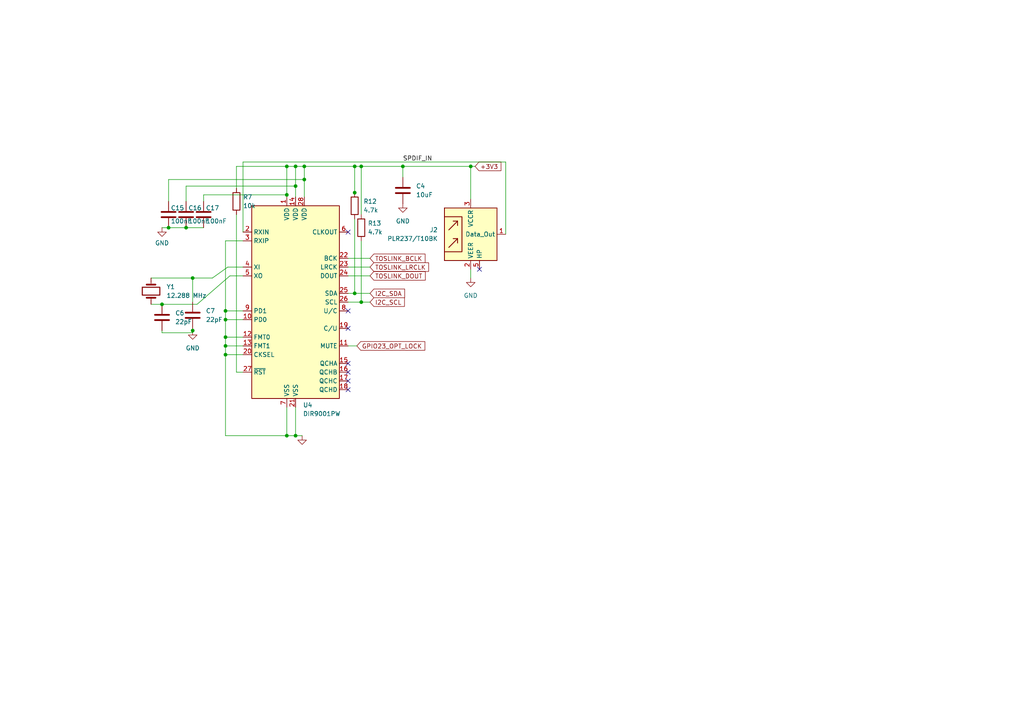
<source format=kicad_sch>
(kicad_sch (version 20250114) (generator "eeschema") (generator_version "9.0")
  (paper "A4")
  (lib_symbols
    (symbol "DIR9001:DIR9001PW"
      (property "Reference" "U" (at 0 31.75 0))
      (property "Value" "DIR9001PW" (at 0 29.21 0))
      (symbol "DIR9001PW_0_1"
        (rectangle (start -12.7 27.94) (end 12.7 -27.94) (stroke (width 0.254)) (fill (type background)))
      )
      (symbol "DIR9001PW_1_1"
        (pin input line (at -15.24 20.32 0) (length 2.54) (name "RXIN") (number "2"))
        (pin input line (at -15.24 17.78 0) (length 2.54) (name "RXIP") (number "3"))
        (pin input line (at -15.24 10.16 0) (length 2.54) (name "XI") (number "4"))
        (pin output line (at -15.24 7.62 0) (length 2.54) (name "XO") (number "5"))
        (pin input line (at -15.24 -2.54 0) (length 2.54) (name "PD1") (number "9"))
        (pin input line (at -15.24 -5.08 0) (length 2.54) (name "PD0") (number "10"))
        (pin input line (at -15.24 -10.16 0) (length 2.54) (name "FMT0") (number "12"))
        (pin input line (at -15.24 -12.7 0) (length 2.54) (name "FMT1") (number "13"))
        (pin input line (at -15.24 -15.24 0) (length 2.54) (name "CKSEL") (number "20"))
        (pin input line (at -15.24 -20.32 0) (length 2.54) (name "~{RST}") (number "27"))
        (pin power_in line (at -2.54 30.48 270) (length 2.54) (name "VDD") (number "1"))
        (pin power_in line (at -2.54 -30.48 90) (length 2.54) (name "VSS") (number "7"))
        (pin power_in line (at 0 30.48 270) (length 2.54) (name "VDD") (number "14"))
        (pin power_in line (at 0 -30.48 90) (length 2.54) (name "VSS") (number "21"))
        (pin power_in line (at 2.54 30.48 270) (length 2.54) (name "VDD") (number "28"))
        (pin output line (at 15.24 20.32 180) (length 2.54) (name "CLKOUT") (number "6"))
        (pin output line (at 15.24 12.7 180) (length 2.54) (name "BCK") (number "22"))
        (pin output line (at 15.24 10.16 180) (length 2.54) (name "LRCK") (number "23"))
        (pin output line (at 15.24 7.62 180) (length 2.54) (name "DOUT") (number "24"))
        (pin bidirectional line (at 15.24 2.54 180) (length 2.54) (name "SDA") (number "25"))
        (pin input line (at 15.24 0 180) (length 2.54) (name "SCL") (number "26"))
        (pin output line (at 15.24 -2.54 180) (length 2.54) (name "U/C") (number "8"))
        (pin output line (at 15.24 -7.62 180) (length 2.54) (name "C/U") (number "19"))
        (pin output line (at 15.24 -12.7 180) (length 2.54) (name "MUTE") (number "11"))
        (pin output line (at 15.24 -17.78 180) (length 2.54) (name "QCHA") (number "15"))
        (pin output line (at 15.24 -20.32 180) (length 2.54) (name "QCHB") (number "16"))
        (pin output line (at 15.24 -22.86 180) (length 2.54) (name "QCHC") (number "17"))
        (pin output line (at 15.24 -25.4 180) (length 2.54) (name "QCHD") (number "18"))
      )
    )
    (symbol "Device:C" (pin_numbers (hide yes)) (pin_names (offset 0.254))
      (property "Reference" "C" (at 0.635 2.54 0))
      (property "Value" "C" (at 0.635 -2.54 0))
      (symbol "C_0_1"
        (polyline (pts (xy -2.032 0.762) (xy 2.032 0.762)) (stroke (width 0.508)))
        (polyline (pts (xy -2.032 -0.762) (xy 2.032 -0.762)) (stroke (width 0.508)))
      )
      (symbol "C_1_1"
        (pin passive line (at 0 3.81 270) (length 2.794) (name "~") (number "1"))
        (pin passive line (at 0 -3.81 90) (length 2.794) (name "~") (number "2"))
      )
    )
    (symbol "Device:Crystal" (pin_numbers (hide yes)) (pin_names (offset 1.016) (hide yes))
      (property "Reference" "Y" (at 0 3.81 0))
      (property "Value" "Crystal" (at 0 -3.81 0))
      (symbol "Crystal_0_1"
        (polyline (pts (xy -2.54 0) (xy -1.905 0)))
        (polyline (pts (xy -1.905 -1.27) (xy -1.905 1.27)) (stroke (width 0.508)))
        (rectangle (start -1.143 2.54) (end 1.143 -2.54) (stroke (width 0.3048)))
        (polyline (pts (xy 1.905 -1.27) (xy 1.905 1.27)) (stroke (width 0.508)))
        (polyline (pts (xy 2.54 0) (xy 1.905 0)))
      )
      (symbol "Crystal_1_1"
        (pin passive line (at -3.81 0 0) (length 1.27) (name "1") (number "1"))
        (pin passive line (at 3.81 0 180) (length 1.27) (name "2") (number "2"))
      )
    )
    (symbol "Device:R" (pin_numbers (hide yes)) (pin_names (offset 0))
      (property "Reference" "R" (at 2.032 0 90))
      (property "Value" "R" (at 0 0 90))
      (symbol "R_0_1"
        (rectangle (start -1.016 -2.54) (end 1.016 2.54) (stroke (width 0.254)))
      )
      (symbol "R_1_1"
        (pin passive line (at 0 3.81 270) (length 1.27) (name "~") (number "1"))
        (pin passive line (at 0 -3.81 90) (length 1.27) (name "~") (number "2"))
      )
    )
    (symbol "Fiber_Optic:AFBR-2624Z"
      (property "Reference" "J" (at -6.35 8.89 0))
      (property "Value" "AFBR-2624Z" (at 1.27 8.89 0))
      (symbol "AFBR-2624Z_0_1"
        (rectangle (start -7.62 7.62) (end 7.62 -7.62) (stroke (width 0.254)) (fill (type background)))
        (polyline (pts (xy -7.62 5.08) (xy -2.54 5.08) (xy -2.54 -5.08) (xy -7.62 -5.08)) (stroke (width 0.254)))
        (polyline (pts (xy -3.81 3.81) (xy -6.35 1.27)) (stroke (width 0.254)))
        (polyline (pts (xy -3.81 3.81) (xy -5.08 3.81)) (stroke (width 0.254)))
        (polyline (pts (xy -3.81 3.81) (xy -3.81 2.54)) (stroke (width 0.254)))
        (polyline (pts (xy -3.81 -1.27) (xy -6.35 -3.81)) (stroke (width 0.254)))
        (polyline (pts (xy -3.81 -1.27) (xy -5.08 -1.27)) (stroke (width 0.254)))
        (polyline (pts (xy -3.81 -1.27) (xy -3.81 -2.54)) (stroke (width 0.254)))
      )
      (symbol "AFBR-2624Z_1_1"
        (pin power_in line (at 0 10.16 270) (length 2.54) (name "VCCR") (number "3"))
        (pin power_in line (at 0 -10.16 90) (length 2.54) (name "VEER") (number "2"))
        (pin passive line (at 2.54 -10.16 90) (length 2.54) (name "HP") (number "5"))
        (pin passive line (at 2.54 -10.16 90) (length 2.54) (hide yes) (name "HP") (number "8"))
        (pin no_connect line (at 7.62 5.08 180) (length 2.54) (hide yes) (name "NC") (number "4"))
        (pin output line (at 10.16 0 180) (length 2.54) (name "Data_Out") (number "1"))
      )
    )
    (symbol "power:GND" (power) (pin_numbers (hide yes)) (pin_names (offset 0) (hide yes))
      (property "Value" "GND" (at 0 -3.81 0))
      (symbol "GND_0_1"
        (polyline (pts (xy 0 0) (xy 0 -1.27) (xy 1.27 -1.27) (xy 0 -2.54) (xy -1.27 -1.27) (xy 0 -1.27)))
      )
      (symbol "GND_1_1"
        (pin power_in line (at 0 0 270) (length 0) (name "~") (number "1"))
      )
    )
  )
  (junction (at 116.84 48.26))
  (junction (at 102.87 55.88))
  (junction (at 65.405 100.33))
  (junction (at 46.99 88.265))
  (junction (at 65.405 92.71))
  (junction (at 48.895 66.04))
  (junction (at 104.775 48.26))
  (junction (at 88.265 52.07))
  (junction (at 83.185 126.365))
  (junction (at 85.725 48.26))
  (junction (at 83.185 48.26))
  (junction (at 102.87 48.26))
  (junction (at 53.975 66.04))
  (junction (at 55.88 80.645))
  (junction (at 65.405 102.87))
  (junction (at 85.725 53.975))
  (junction (at 104.775 87.63))
  (junction (at 83.185 56.515))
  (junction (at 136.525 48.26))
  (junction (at 65.405 90.17))
  (junction (at 85.725 126.365))
  (junction (at 102.87 85.09))
  (junction (at 55.88 95.885))
  (junction (at 65.405 97.79))
  (junction (at 88.265 48.26))
  (no_connect (at 100.965 95.25))
  (no_connect (at 100.965 67.31))
  (no_connect (at 100.965 110.49))
  (no_connect (at 100.965 105.41))
  (no_connect (at 100.965 107.95))
  (no_connect (at 139.065 78.105))
  (no_connect (at 100.965 90.17))
  (no_connect (at 100.965 113.03))
  (wire (pts (xy 65.405 92.71) (xy 65.405 97.79)))
  (wire (pts (xy 53.975 53.975) (xy 53.975 58.42)))
  (wire (pts (xy 65.405 97.79) (xy 65.405 100.33)))
  (wire (pts (xy 66.04 77.47) (xy 70.485 77.47)))
  (wire (pts (xy 116.84 48.26) (xy 116.84 51.435)))
  (wire (pts (xy 55.88 96.52) (xy 55.88 95.885)))
  (wire (pts (xy 48.895 52.07) (xy 48.895 58.42)))
  (wire (pts (xy 83.185 56.515) (xy 83.185 57.15)))
  (wire (pts (xy 65.405 100.33) (xy 65.405 102.87)))
  (wire (pts (xy 46.99 96.52) (xy 55.88 96.52)))
  (wire (pts (xy 104.775 69.85) (xy 104.775 87.63)))
  (wire (pts (xy 65.405 69.85) (xy 65.405 90.17)))
  (wire (pts (xy 48.895 66.04) (xy 53.975 66.04)))
  (wire (pts (xy 102.87 48.26) (xy 104.775 48.26)))
  (wire (pts (xy 65.405 90.17) (xy 70.485 90.17)))
  (wire (pts (xy 100.965 80.01) (xy 107.315 80.01)))
  (wire (pts (xy 65.405 102.87) (xy 65.405 126.365)))
  (wire (pts (xy 136.525 48.26) (xy 137.795 48.26)))
  (wire (pts (xy 55.88 80.645) (xy 43.815 80.645)))
  (wire (pts (xy 85.725 48.26) (xy 88.265 48.26)))
  (wire (pts (xy 68.58 48.26) (xy 83.185 48.26)))
  (wire (pts (xy 102.87 48.26) (xy 102.87 55.88)))
  (wire (pts (xy 83.185 118.11) (xy 83.185 126.365)))
  (wire (pts (xy 61.595 80.645) (xy 66.04 77.47)))
  (wire (pts (xy 104.775 48.26) (xy 116.84 48.26)))
  (wire (pts (xy 85.725 126.365) (xy 87.63 126.365)))
  (wire (pts (xy 57.15 88.265) (xy 66.675 80.01)))
  (wire (pts (xy 65.405 90.17) (xy 65.405 92.71)))
  (wire (pts (xy 70.485 80.01) (xy 66.675 80.01)))
  (wire (pts (xy 83.185 126.365) (xy 85.725 126.365)))
  (wire (pts (xy 85.725 48.26) (xy 85.725 53.975)))
  (wire (pts (xy 85.725 118.11) (xy 85.725 126.365)))
  (wire (pts (xy 100.965 100.33) (xy 103.505 100.33)))
  (wire (pts (xy 136.525 48.26) (xy 136.525 57.785)))
  (wire (pts (xy 102.87 63.5) (xy 102.87 85.09)))
  (wire (pts (xy 102.87 85.09) (xy 107.315 85.09)))
  (wire (pts (xy 136.525 78.105) (xy 136.525 80.645)))
  (wire (pts (xy 55.88 80.645) (xy 55.88 87.63)))
  (wire (pts (xy 59.055 56.515) (xy 83.185 56.515)))
  (wire (pts (xy 55.88 80.645) (xy 61.595 80.645)))
  (wire (pts (xy 65.405 69.85) (xy 70.485 69.85)))
  (wire (pts (xy 104.775 87.63) (xy 107.315 87.63)))
  (wire (pts (xy 53.975 66.04) (xy 59.055 66.04)))
  (wire (pts (xy 85.725 53.975) (xy 85.725 57.15)))
  (wire (pts (xy 146.685 46.99) (xy 146.685 67.945)))
  (wire (pts (xy 70.485 46.99) (xy 70.485 67.31)))
  (wire (pts (xy 88.265 48.26) (xy 102.87 48.26)))
  (wire (pts (xy 68.58 107.95) (xy 70.485 107.95)))
  (wire (pts (xy 46.99 88.265) (xy 57.15 88.265)))
  (wire (pts (xy 102.87 56.515) (xy 102.87 55.88)))
  (wire (pts (xy 55.88 95.25) (xy 55.88 95.885)))
  (wire (pts (xy 70.485 46.99) (xy 146.685 46.99)))
  (wire (pts (xy 46.99 66.04) (xy 48.895 66.04)))
  (wire (pts (xy 65.405 102.87) (xy 70.485 102.87)))
  (wire (pts (xy 65.405 92.71) (xy 70.485 92.71)))
  (wire (pts (xy 104.775 48.26) (xy 104.775 62.23)))
  (wire (pts (xy 100.965 87.63) (xy 104.775 87.63)))
  (wire (pts (xy 68.58 48.26) (xy 68.58 54.61)))
  (wire (pts (xy 83.185 48.26) (xy 83.185 56.515)))
  (wire (pts (xy 53.975 53.975) (xy 85.725 53.975)))
  (wire (pts (xy 46.99 96.52) (xy 46.99 95.885)))
  (wire (pts (xy 88.265 52.07) (xy 88.265 57.15)))
  (wire (pts (xy 100.965 85.09) (xy 102.87 85.09)))
  (wire (pts (xy 83.185 48.26) (xy 85.725 48.26)))
  (wire (pts (xy 100.965 77.47) (xy 107.315 77.47)))
  (wire (pts (xy 88.265 48.26) (xy 88.265 52.07)))
  (wire (pts (xy 116.84 48.26) (xy 136.525 48.26)))
  (wire (pts (xy 68.58 62.23) (xy 68.58 107.95)))
  (wire (pts (xy 65.405 97.79) (xy 70.485 97.79)))
  (wire (pts (xy 43.815 88.265) (xy 46.99 88.265)))
  (wire (pts (xy 65.405 100.33) (xy 70.485 100.33)))
  (wire (pts (xy 65.405 126.365) (xy 83.185 126.365)))
  (wire (pts (xy 59.055 56.515) (xy 59.055 58.42)))
  (wire (pts (xy 48.895 52.07) (xy 88.265 52.07)))
  (wire (pts (xy 100.965 74.93) (xy 107.315 74.93)))
  (label "SPDIF_IN" (at 116.84 46.99 0))
  (global_label "GPIO23_OPT_LOCK" (shape input) (at 103.505 100.33 0) (property "Intersheetrefs" "${INTERSHEET_REFS}" (effects (hide yes))))
  (global_label "TOSLINK_BCLK" (shape input) (at 107.315 74.93 0) (property "Intersheetrefs" "${INTERSHEET_REFS}" (effects (hide yes))))
  (global_label "+3V3" (shape input) (at 137.795 48.26 0) (property "Intersheetrefs" "${INTERSHEET_REFS}" (effects (hide yes))))
  (global_label "TOSLINK_DOUT" (shape input) (at 107.315 80.01 0) (property "Intersheetrefs" "${INTERSHEET_REFS}" (effects (hide yes))))
  (global_label "I2C_SDA" (shape input) (at 107.315 85.09 0) (property "Intersheetrefs" "${INTERSHEET_REFS}" (effects (hide yes))))
  (global_label "I2C_SCL" (shape input) (at 107.315 87.63 0) (property "Intersheetrefs" "${INTERSHEET_REFS}" (effects (hide yes))))
  (global_label "TOSLINK_LRCLK" (shape input) (at 107.315 77.47 0) (property "Intersheetrefs" "${INTERSHEET_REFS}" (effects (hide yes))))
  (symbol (lib_id "Device:C") (at 53.975 62.23 0) (unit 1)
    (property "Reference" "C16" (at 54.61 60.325 0) (effects (justify left)))
    (property "Value" "100nF" (at 54.61 64.135 0) (effects (justify left)))
    (property "Footprint" "Capacitor_SMD:C_0805_2012Metric_Pad1.18x1.45mm_HandSolder" (effects (hide yes)))
    (property "Description" "Unpolarized capacitor" (effects (hide yes)))
  )
  (symbol (lib_id "Fiber_Optic:AFBR-2624Z") (at 136.525 67.945 0) (unit 1)
    (property "Reference" "J2" (at 127 66.6749 0) (effects (justify right)))
    (property "Value" "PLR237/T10BK" (at 127 69.2149 0) (effects (justify right)))
    (property "Footprint" "Connector_Audio:PLR237-T10BK" (effects (hide yes)))
    (property "Datasheet" "https://docs.broadcom.com/docs/AV02-4369EN" (effects (hide yes)))
    (property "Description" "Versatile Link Fiber Optic Receiver" (effects (hide yes)))
  )
  (symbol (lib_id "Device:R") (at 68.58 58.42 0) (unit 1)
    (property "Reference" "R7" (at 70.485 57.1499 0) (effects (justify left)))
    (property "Value" "10k" (at 70.485 59.6899 0) (effects (justify left)))
    (property "Footprint" "Resistor_SMD:R_0805_2012Metric_Pad1.20x1.40mm_HandSolder" (effects (hide yes)))
    (property "Description" "Resistor" (effects (hide yes)))
  )
  (symbol (lib_id "Device:C") (at 59.055 62.23 0) (unit 1)
    (property "Reference" "C17" (at 59.69 60.325 0) (effects (justify left)))
    (property "Value" "100nF" (at 59.69 64.135 0) (effects (justify left)))
    (property "Footprint" "Capacitor_SMD:C_0805_2012Metric_Pad1.18x1.45mm_HandSolder" (effects (hide yes)))
    (property "Description" "Unpolarized capacitor" (effects (hide yes)))
  )
  (symbol (lib_id "DIR9001:DIR9001PW") (at 85.725 87.63 0) (unit 1)
    (property "Reference" "U4" (at 87.8683 117.475 0) (effects (justify left)))
    (property "Value" "DIR9001PW" (at 87.8683 120.015 0) (effects (justify left)))
    (property "Footprint" "Package_SO:SOIC-28W_7.5x17.9mm_P1.27mm" (effects (hide yes)))
    (property "Datasheet" "https://www.ti.com/lit/ds/symlink/dir9001.pdf" (effects (hide yes)))
    (property "Description" "S/PDIF Audio Receiver with 96kHz support, SOIC-28" (effects (hide yes)))
  )
  (symbol (lib_id "power:GND") (at 136.525 80.645 0) (unit 1)
    (property "Reference" "#PWR010" (effects (hide yes)))
    (property "Value" "GND" (at 136.525 85.725 0))
    (property "Description" "Power symbol creates a global label with name \"GND\" , ground" (effects (hide yes)))
  )
  (symbol (lib_id "Device:C") (at 116.84 55.245 0) (unit 1)
    (property "Reference" "C4" (at 120.65 53.9749 0) (effects (justify left)))
    (property "Value" "10uF" (at 120.65 56.5149 0) (effects (justify left)))
    (property "Footprint" "Resistor_SMD:R_0805_2012Metric_Pad1.20x1.40mm_HandSolder" (effects (hide yes)))
    (property "Description" "Unpolarized capacitor" (effects (hide yes)))
  )
  (symbol (lib_id "power:GND") (at 87.63 126.365 0) (unit 1)
    (property "Reference" "#PWR08" (effects (hide yes)))
    (property "Value" "GND" (effects (hide yes)))
    (property "Description" "Power symbol creates a global label with name \"GND\" , ground" (effects (hide yes)))
  )
  (symbol (lib_id "Device:Crystal") (at 43.815 84.455 90) (unit 1)
    (property "Reference" "Y1" (at 48.26 83.1849 90) (effects (justify right)))
    (property "Value" "12.288 MHz" (at 48.26 85.7249 90) (effects (justify right)))
    (property "Footprint" "Crystal:Crystal_SMD_3225-4Pin_3.2x2.5mm" (effects (hide yes)))
    (property "Description" "Two pin crystal" (effects (hide yes)))
  )
  (symbol (lib_id "Device:C") (at 55.88 91.44 0) (unit 1)
    (property "Reference" "C7" (at 59.69 90.1699 0) (effects (justify left)))
    (property "Value" "22pF" (at 59.69 92.7099 0) (effects (justify left)))
    (property "Footprint" "Resistor_SMD:R_0805_2012Metric_Pad1.20x1.40mm_HandSolder" (effects (hide yes)))
    (property "Description" "Unpolarized capacitor" (effects (hide yes)))
  )
  (symbol (lib_id "power:GND") (at 116.84 59.055 0) (unit 1)
    (property "Reference" "#PWR06" (effects (hide yes)))
    (property "Value" "GND" (at 116.84 64.135 0))
    (property "Description" "Power symbol creates a global label with name \"GND\" , ground" (effects (hide yes)))
  )
  (symbol (lib_id "Device:C") (at 48.895 62.23 0) (unit 1)
    (property "Reference" "C15" (at 49.53 60.325 0) (effects (justify left)))
    (property "Value" "100nF" (at 49.53 64.135 0) (effects (justify left)))
    (property "Footprint" "Capacitor_SMD:C_0805_2012Metric_Pad1.18x1.45mm_HandSolder" (effects (hide yes)))
    (property "Description" "Unpolarized capacitor" (effects (hide yes)))
  )
  (symbol (lib_id "Device:C") (at 46.99 92.075 0) (unit 1)
    (property "Reference" "C6" (at 50.8 90.8049 0) (effects (justify left)))
    (property "Value" "22pF" (at 50.8 93.3449 0) (effects (justify left)))
    (property "Footprint" "Resistor_SMD:R_0805_2012Metric_Pad1.20x1.40mm_HandSolder" (effects (hide yes)))
    (property "Description" "Unpolarized capacitor" (effects (hide yes)))
  )
  (symbol (lib_id "power:GND") (at 46.99 66.04 0) (unit 1)
    (property "Reference" "#PWR05" (effects (hide yes)))
    (property "Value" "GND" (at 46.99 70.485 0))
    (property "Description" "Power symbol creates a global label with name \"GND\" , ground" (effects (hide yes)))
  )
  (symbol (lib_id "power:GND") (at 55.88 95.885 0) (unit 1)
    (property "Reference" "#PWR09" (effects (hide yes)))
    (property "Value" "GND" (at 55.88 100.965 0))
    (property "Description" "Power symbol creates a global label with name \"GND\" , ground" (effects (hide yes)))
  )
  (symbol (lib_id "Device:R") (at 102.87 59.69 0) (unit 1)
    (property "Reference" "R12" (at 105.41 58.4199 0) (effects (justify left)))
    (property "Value" "4.7k" (at 105.41 60.9599 0) (effects (justify left)))
    (property "Footprint" "Resistor_SMD:R_0805_2012Metric_Pad1.20x1.40mm_HandSolder" (effects (hide yes)))
    (property "Description" "Resistor" (effects (hide yes)))
  )
  (symbol (lib_id "Device:R") (at 104.775 66.04 0) (unit 1)
    (property "Reference" "R13" (at 106.68 64.7699 0) (effects (justify left)))
    (property "Value" "4.7k" (at 106.68 67.3099 0) (effects (justify left)))
    (property "Footprint" "Resistor_SMD:R_0805_2012Metric_Pad1.20x1.40mm_HandSolder" (effects (hide yes)))
    (property "Description" "Resistor" (effects (hide yes)))
  )
)
</source>
